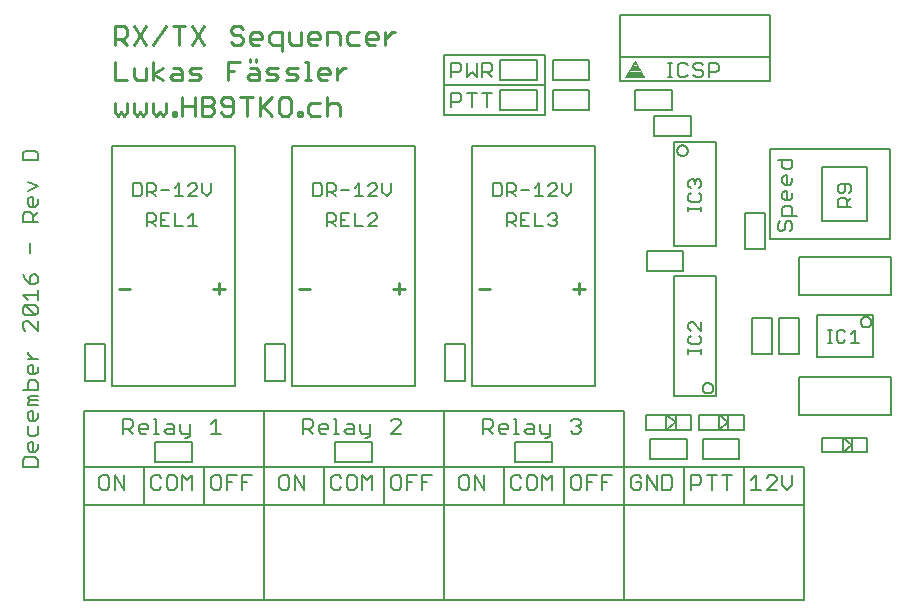
<source format=gto>
G75*
%MOIN*%
%OFA0B0*%
%FSLAX25Y25*%
%IPPOS*%
%LPD*%
%AMOC8*
5,1,8,0,0,1.08239X$1,22.5*
%
%ADD10C,0.00900*%
%ADD11C,0.00700*%
%ADD12C,0.00591*%
%ADD13C,0.00400*%
%ADD14C,0.00600*%
D10*
X0110904Y0135282D02*
X0110904Y0139085D01*
X0109003Y0137184D02*
X0112806Y0137184D01*
X0137507Y0137184D02*
X0141310Y0137184D01*
X0169003Y0137184D02*
X0172806Y0137184D01*
X0170904Y0139085D02*
X0170904Y0135282D01*
X0197507Y0137184D02*
X0201310Y0137184D01*
X0229003Y0137184D02*
X0232806Y0137184D01*
X0230904Y0139085D02*
X0230904Y0135282D01*
X0151195Y0194859D02*
X0151195Y0197912D01*
X0150177Y0198930D01*
X0148142Y0198930D01*
X0147125Y0197912D01*
X0144749Y0198930D02*
X0141697Y0198930D01*
X0140679Y0197912D01*
X0140679Y0195877D01*
X0141697Y0194859D01*
X0144749Y0194859D01*
X0147125Y0194859D02*
X0147125Y0200965D01*
X0146955Y0206670D02*
X0144920Y0206670D01*
X0143902Y0207688D01*
X0143902Y0209723D01*
X0144920Y0210741D01*
X0146955Y0210741D01*
X0147972Y0209723D01*
X0147972Y0208706D01*
X0143902Y0208706D01*
X0141640Y0206670D02*
X0139605Y0206670D01*
X0140623Y0206670D02*
X0140623Y0212776D01*
X0139605Y0212776D01*
X0137230Y0210741D02*
X0134177Y0210741D01*
X0133159Y0209723D01*
X0134177Y0208706D01*
X0136212Y0208706D01*
X0137230Y0207688D01*
X0136212Y0206670D01*
X0133159Y0206670D01*
X0130784Y0207688D02*
X0129767Y0208706D01*
X0127732Y0208706D01*
X0126714Y0209723D01*
X0127732Y0210741D01*
X0130784Y0210741D01*
X0130784Y0207688D02*
X0129767Y0206670D01*
X0126714Y0206670D01*
X0124339Y0206670D02*
X0121286Y0206670D01*
X0120269Y0207688D01*
X0121286Y0208706D01*
X0124339Y0208706D01*
X0124339Y0209723D02*
X0124339Y0206670D01*
X0124339Y0209723D02*
X0123321Y0210741D01*
X0121286Y0210741D01*
X0121286Y0212776D02*
X0121286Y0213793D01*
X0123321Y0213793D02*
X0123321Y0212776D01*
X0117893Y0212776D02*
X0113823Y0212776D01*
X0113823Y0206670D01*
X0113823Y0209723D02*
X0115858Y0209723D01*
X0115915Y0218481D02*
X0114897Y0219499D01*
X0115915Y0218481D02*
X0117950Y0218481D01*
X0118967Y0219499D01*
X0118967Y0220517D01*
X0117950Y0221534D01*
X0115915Y0221534D01*
X0114897Y0222552D01*
X0114897Y0223569D01*
X0115915Y0224587D01*
X0117950Y0224587D01*
X0118967Y0223569D01*
X0121343Y0221534D02*
X0122360Y0222552D01*
X0124395Y0222552D01*
X0125413Y0221534D01*
X0125413Y0220517D01*
X0121343Y0220517D01*
X0121343Y0221534D02*
X0121343Y0219499D01*
X0122360Y0218481D01*
X0124395Y0218481D01*
X0127788Y0219499D02*
X0127788Y0221534D01*
X0128806Y0222552D01*
X0131858Y0222552D01*
X0131858Y0216446D01*
X0131858Y0218481D02*
X0128806Y0218481D01*
X0127788Y0219499D01*
X0134234Y0219499D02*
X0134234Y0222552D01*
X0138304Y0222552D02*
X0138304Y0218481D01*
X0135251Y0218481D01*
X0134234Y0219499D01*
X0140679Y0219499D02*
X0140679Y0221534D01*
X0141697Y0222552D01*
X0143732Y0222552D01*
X0144749Y0221534D01*
X0144749Y0220517D01*
X0140679Y0220517D01*
X0140679Y0219499D02*
X0141697Y0218481D01*
X0143732Y0218481D01*
X0147125Y0218481D02*
X0147125Y0222552D01*
X0150177Y0222552D01*
X0151195Y0221534D01*
X0151195Y0218481D01*
X0153570Y0219499D02*
X0153570Y0221534D01*
X0154588Y0222552D01*
X0157640Y0222552D01*
X0160016Y0221534D02*
X0161033Y0222552D01*
X0163068Y0222552D01*
X0164086Y0221534D01*
X0164086Y0220517D01*
X0160016Y0220517D01*
X0160016Y0221534D02*
X0160016Y0219499D01*
X0161033Y0218481D01*
X0163068Y0218481D01*
X0166461Y0218481D02*
X0166461Y0222552D01*
X0166461Y0220517D02*
X0168496Y0222552D01*
X0169514Y0222552D01*
X0157640Y0218481D02*
X0154588Y0218481D01*
X0153570Y0219499D01*
X0153400Y0210741D02*
X0152383Y0210741D01*
X0150347Y0208706D01*
X0150347Y0210741D02*
X0150347Y0206670D01*
X0138474Y0195877D02*
X0137456Y0195877D01*
X0137456Y0194859D01*
X0138474Y0194859D01*
X0138474Y0195877D01*
X0135081Y0195877D02*
X0135081Y0199947D01*
X0134064Y0200965D01*
X0132029Y0200965D01*
X0131011Y0199947D01*
X0131011Y0195877D01*
X0132029Y0194859D01*
X0134064Y0194859D01*
X0135081Y0195877D01*
X0128636Y0194859D02*
X0125583Y0197912D01*
X0124566Y0196895D02*
X0128636Y0200965D01*
X0124566Y0200965D02*
X0124566Y0194859D01*
X0120155Y0194859D02*
X0120155Y0200965D01*
X0118120Y0200965D02*
X0122190Y0200965D01*
X0115745Y0199947D02*
X0114727Y0200965D01*
X0112692Y0200965D01*
X0111675Y0199947D01*
X0111675Y0198930D01*
X0112692Y0197912D01*
X0115745Y0197912D01*
X0115745Y0195877D02*
X0114727Y0194859D01*
X0112692Y0194859D01*
X0111675Y0195877D01*
X0109299Y0195877D02*
X0109299Y0196895D01*
X0108282Y0197912D01*
X0105229Y0197912D01*
X0102854Y0197912D02*
X0098784Y0197912D01*
X0096578Y0195877D02*
X0096578Y0194859D01*
X0095561Y0194859D01*
X0095561Y0195877D01*
X0096578Y0195877D01*
X0098784Y0194859D02*
X0098784Y0200965D01*
X0102854Y0200965D02*
X0102854Y0194859D01*
X0105229Y0194859D02*
X0108282Y0194859D01*
X0109299Y0195877D01*
X0108282Y0197912D02*
X0109299Y0198930D01*
X0109299Y0199947D01*
X0108282Y0200965D01*
X0105229Y0200965D01*
X0105229Y0194859D01*
X0115745Y0195877D02*
X0115745Y0199947D01*
X0105002Y0207688D02*
X0103985Y0208706D01*
X0101950Y0208706D01*
X0100932Y0209723D01*
X0101950Y0210741D01*
X0105002Y0210741D01*
X0105002Y0207688D02*
X0103985Y0206670D01*
X0100932Y0206670D01*
X0098557Y0206670D02*
X0095504Y0206670D01*
X0094487Y0207688D01*
X0095504Y0208706D01*
X0098557Y0208706D01*
X0098557Y0209723D02*
X0098557Y0206670D01*
X0098557Y0209723D02*
X0097539Y0210741D01*
X0095504Y0210741D01*
X0092168Y0210741D02*
X0089115Y0208706D01*
X0092168Y0206670D01*
X0089115Y0206670D02*
X0089115Y0212776D01*
X0086740Y0210741D02*
X0086740Y0206670D01*
X0083687Y0206670D01*
X0082670Y0207688D01*
X0082670Y0210741D01*
X0080294Y0206670D02*
X0076224Y0206670D01*
X0076224Y0212776D01*
X0076224Y0218481D02*
X0076224Y0224587D01*
X0079277Y0224587D01*
X0080294Y0223569D01*
X0080294Y0221534D01*
X0079277Y0220517D01*
X0076224Y0220517D01*
X0078259Y0220517D02*
X0080294Y0218481D01*
X0082670Y0218481D02*
X0086740Y0224587D01*
X0082670Y0224587D02*
X0086740Y0218481D01*
X0089115Y0218481D02*
X0093185Y0224587D01*
X0095561Y0224587D02*
X0099631Y0224587D01*
X0097596Y0224587D02*
X0097596Y0218481D01*
X0102006Y0218481D02*
X0106076Y0224587D01*
X0102006Y0224587D02*
X0106076Y0218481D01*
X0093185Y0198930D02*
X0093185Y0195877D01*
X0092168Y0194859D01*
X0091150Y0195877D01*
X0090133Y0194859D01*
X0089115Y0195877D01*
X0089115Y0198930D01*
X0086740Y0198930D02*
X0086740Y0195877D01*
X0085722Y0194859D01*
X0084705Y0195877D01*
X0083687Y0194859D01*
X0082670Y0195877D01*
X0082670Y0198930D01*
X0080294Y0198930D02*
X0080294Y0195877D01*
X0079277Y0194859D01*
X0078259Y0195877D01*
X0077242Y0194859D01*
X0076224Y0195877D01*
X0076224Y0198930D01*
X0077507Y0137184D02*
X0081310Y0137184D01*
D11*
X0086985Y0157905D02*
X0086985Y0162209D01*
X0089137Y0162209D01*
X0089854Y0161491D01*
X0089854Y0160057D01*
X0089137Y0159340D01*
X0086985Y0159340D01*
X0088420Y0159340D02*
X0089854Y0157905D01*
X0091589Y0157905D02*
X0094458Y0157905D01*
X0096193Y0157905D02*
X0099062Y0157905D01*
X0100797Y0157905D02*
X0103666Y0157905D01*
X0102232Y0157905D02*
X0102232Y0162209D01*
X0100797Y0160774D01*
X0096193Y0162209D02*
X0096193Y0157905D01*
X0093024Y0160057D02*
X0091589Y0160057D01*
X0091589Y0162209D02*
X0091589Y0157905D01*
X0091589Y0162209D02*
X0094458Y0162209D01*
X0096193Y0167905D02*
X0099062Y0167905D01*
X0097628Y0167905D02*
X0097628Y0172209D01*
X0096193Y0170774D01*
X0094458Y0170057D02*
X0091589Y0170057D01*
X0089854Y0170057D02*
X0089137Y0169340D01*
X0086985Y0169340D01*
X0088420Y0169340D02*
X0089854Y0167905D01*
X0089854Y0170057D02*
X0089854Y0171491D01*
X0089137Y0172209D01*
X0086985Y0172209D01*
X0086985Y0167905D01*
X0085250Y0168622D02*
X0085250Y0171491D01*
X0084533Y0172209D01*
X0082381Y0172209D01*
X0082381Y0167905D01*
X0084533Y0167905D01*
X0085250Y0168622D01*
X0100797Y0167905D02*
X0103666Y0170774D01*
X0103666Y0171491D01*
X0102949Y0172209D01*
X0101514Y0172209D01*
X0100797Y0171491D01*
X0100797Y0167905D02*
X0103666Y0167905D01*
X0105401Y0169340D02*
X0105401Y0172209D01*
X0108270Y0172209D02*
X0108270Y0169340D01*
X0106836Y0167905D01*
X0105401Y0169340D01*
X0142381Y0167905D02*
X0144533Y0167905D01*
X0145250Y0168622D01*
X0145250Y0171491D01*
X0144533Y0172209D01*
X0142381Y0172209D01*
X0142381Y0167905D01*
X0146985Y0167905D02*
X0146985Y0172209D01*
X0149137Y0172209D01*
X0149854Y0171491D01*
X0149854Y0170057D01*
X0149137Y0169340D01*
X0146985Y0169340D01*
X0148420Y0169340D02*
X0149854Y0167905D01*
X0151589Y0170057D02*
X0154458Y0170057D01*
X0156193Y0170774D02*
X0157628Y0172209D01*
X0157628Y0167905D01*
X0159062Y0167905D02*
X0156193Y0167905D01*
X0160797Y0167905D02*
X0163666Y0170774D01*
X0163666Y0171491D01*
X0162949Y0172209D01*
X0161514Y0172209D01*
X0160797Y0171491D01*
X0160797Y0167905D02*
X0163666Y0167905D01*
X0165401Y0169340D02*
X0166836Y0167905D01*
X0168270Y0169340D01*
X0168270Y0172209D01*
X0165401Y0172209D02*
X0165401Y0169340D01*
X0162949Y0162209D02*
X0161514Y0162209D01*
X0160797Y0161491D01*
X0162949Y0162209D02*
X0163666Y0161491D01*
X0163666Y0160774D01*
X0160797Y0157905D01*
X0163666Y0157905D01*
X0159062Y0157905D02*
X0156193Y0157905D01*
X0156193Y0162209D01*
X0154458Y0162209D02*
X0151589Y0162209D01*
X0151589Y0157905D01*
X0154458Y0157905D01*
X0153024Y0160057D02*
X0151589Y0160057D01*
X0149854Y0160057D02*
X0149137Y0159340D01*
X0146985Y0159340D01*
X0148420Y0159340D02*
X0149854Y0157905D01*
X0149854Y0160057D02*
X0149854Y0161491D01*
X0149137Y0162209D01*
X0146985Y0162209D01*
X0146985Y0157905D01*
X0202381Y0167905D02*
X0204533Y0167905D01*
X0205250Y0168622D01*
X0205250Y0171491D01*
X0204533Y0172209D01*
X0202381Y0172209D01*
X0202381Y0167905D01*
X0206985Y0167905D02*
X0206985Y0172209D01*
X0209137Y0172209D01*
X0209854Y0171491D01*
X0209854Y0170057D01*
X0209137Y0169340D01*
X0206985Y0169340D01*
X0208420Y0169340D02*
X0209854Y0167905D01*
X0211589Y0170057D02*
X0214458Y0170057D01*
X0216193Y0170774D02*
X0217628Y0172209D01*
X0217628Y0167905D01*
X0219062Y0167905D02*
X0216193Y0167905D01*
X0220797Y0167905D02*
X0223666Y0170774D01*
X0223666Y0171491D01*
X0222949Y0172209D01*
X0221514Y0172209D01*
X0220797Y0171491D01*
X0220797Y0167905D02*
X0223666Y0167905D01*
X0225401Y0169340D02*
X0226836Y0167905D01*
X0228270Y0169340D01*
X0228270Y0172209D01*
X0225401Y0172209D02*
X0225401Y0169340D01*
X0222949Y0162209D02*
X0223666Y0161491D01*
X0223666Y0160774D01*
X0222949Y0160057D01*
X0223666Y0159340D01*
X0223666Y0158622D01*
X0222949Y0157905D01*
X0221514Y0157905D01*
X0220797Y0158622D01*
X0219062Y0157905D02*
X0216193Y0157905D01*
X0216193Y0162209D01*
X0214458Y0162209D02*
X0211589Y0162209D01*
X0211589Y0157905D01*
X0214458Y0157905D01*
X0213024Y0160057D02*
X0211589Y0160057D01*
X0209854Y0160057D02*
X0209137Y0159340D01*
X0206985Y0159340D01*
X0208420Y0159340D02*
X0209854Y0157905D01*
X0209854Y0160057D02*
X0209854Y0161491D01*
X0209137Y0162209D01*
X0206985Y0162209D01*
X0206985Y0157905D01*
X0220797Y0161491D02*
X0221514Y0162209D01*
X0222949Y0162209D01*
X0222949Y0160057D02*
X0222232Y0160057D01*
X0267440Y0163017D02*
X0267440Y0164451D01*
X0267440Y0163734D02*
X0271743Y0163734D01*
X0271743Y0163017D02*
X0271743Y0164451D01*
X0271026Y0166086D02*
X0271743Y0166803D01*
X0271743Y0168238D01*
X0271026Y0168955D01*
X0271026Y0170690D02*
X0271743Y0171407D01*
X0271743Y0172842D01*
X0271026Y0173559D01*
X0270309Y0173559D01*
X0269591Y0172842D01*
X0269591Y0172124D01*
X0269591Y0172842D02*
X0268874Y0173559D01*
X0268157Y0173559D01*
X0267440Y0172842D01*
X0267440Y0171407D01*
X0268157Y0170690D01*
X0268157Y0168955D02*
X0267440Y0168238D01*
X0267440Y0166803D01*
X0268157Y0166086D01*
X0271026Y0166086D01*
X0297139Y0158716D02*
X0297139Y0157081D01*
X0297956Y0156264D01*
X0298774Y0156264D01*
X0299591Y0157081D01*
X0299591Y0158716D01*
X0300408Y0159534D01*
X0301226Y0159534D01*
X0302043Y0158716D01*
X0302043Y0157081D01*
X0301226Y0156264D01*
X0297956Y0159534D02*
X0297139Y0158716D01*
X0298774Y0161420D02*
X0298774Y0163873D01*
X0299591Y0164690D01*
X0301226Y0164690D01*
X0302043Y0163873D01*
X0302043Y0161420D01*
X0303678Y0161420D02*
X0298774Y0161420D01*
X0299591Y0166577D02*
X0298774Y0167394D01*
X0298774Y0169029D01*
X0299591Y0169846D01*
X0300408Y0169846D01*
X0300408Y0166577D01*
X0299591Y0166577D02*
X0301226Y0166577D01*
X0302043Y0167394D01*
X0302043Y0169029D01*
X0301226Y0171733D02*
X0299591Y0171733D01*
X0298774Y0172551D01*
X0298774Y0174185D01*
X0299591Y0175003D01*
X0300408Y0175003D01*
X0300408Y0171733D01*
X0301226Y0171733D02*
X0302043Y0172551D01*
X0302043Y0174185D01*
X0301226Y0176890D02*
X0299591Y0176890D01*
X0298774Y0177707D01*
X0298774Y0180159D01*
X0297139Y0180159D02*
X0302043Y0180159D01*
X0302043Y0177707D01*
X0301226Y0176890D01*
X0276692Y0209240D02*
X0274240Y0209240D01*
X0274240Y0207605D02*
X0274240Y0212509D01*
X0276692Y0212509D01*
X0277510Y0211692D01*
X0277510Y0210057D01*
X0276692Y0209240D01*
X0272353Y0209240D02*
X0271536Y0210057D01*
X0269901Y0210057D01*
X0269084Y0210875D01*
X0269084Y0211692D01*
X0269901Y0212509D01*
X0271536Y0212509D01*
X0272353Y0211692D01*
X0272353Y0209240D02*
X0272353Y0208422D01*
X0271536Y0207605D01*
X0269901Y0207605D01*
X0269084Y0208422D01*
X0267197Y0208422D02*
X0266379Y0207605D01*
X0264745Y0207605D01*
X0263927Y0208422D01*
X0263927Y0211692D01*
X0264745Y0212509D01*
X0266379Y0212509D01*
X0267197Y0211692D01*
X0262124Y0212509D02*
X0260490Y0212509D01*
X0261307Y0212509D02*
X0261307Y0207605D01*
X0260490Y0207605D02*
X0262124Y0207605D01*
X0202041Y0207605D02*
X0200406Y0209240D01*
X0201223Y0209240D02*
X0198771Y0209240D01*
X0198771Y0207605D02*
X0198771Y0212509D01*
X0201223Y0212509D01*
X0202041Y0211692D01*
X0202041Y0210057D01*
X0201223Y0209240D01*
X0196884Y0207605D02*
X0196884Y0212509D01*
X0193615Y0212509D02*
X0193615Y0207605D01*
X0195250Y0209240D01*
X0196884Y0207605D01*
X0191728Y0210057D02*
X0190911Y0209240D01*
X0188459Y0209240D01*
X0188459Y0207605D02*
X0188459Y0212509D01*
X0190911Y0212509D01*
X0191728Y0211692D01*
X0191728Y0210057D01*
X0190911Y0202509D02*
X0188459Y0202509D01*
X0188459Y0197605D01*
X0188459Y0199240D02*
X0190911Y0199240D01*
X0191728Y0200057D01*
X0191728Y0201692D01*
X0190911Y0202509D01*
X0193615Y0202509D02*
X0196884Y0202509D01*
X0195250Y0202509D02*
X0195250Y0197605D01*
X0200406Y0197605D02*
X0200406Y0202509D01*
X0198771Y0202509D02*
X0202041Y0202509D01*
X0268157Y0126059D02*
X0267440Y0125342D01*
X0267440Y0123907D01*
X0268157Y0123190D01*
X0268157Y0121455D02*
X0267440Y0120738D01*
X0267440Y0119303D01*
X0268157Y0118586D01*
X0271026Y0118586D01*
X0271743Y0119303D01*
X0271743Y0120738D01*
X0271026Y0121455D01*
X0271743Y0123190D02*
X0268874Y0126059D01*
X0268157Y0126059D01*
X0271743Y0126059D02*
X0271743Y0123190D01*
X0271743Y0116951D02*
X0271743Y0115517D01*
X0271743Y0116234D02*
X0267440Y0116234D01*
X0267440Y0115517D02*
X0267440Y0116951D01*
X0231494Y0092942D02*
X0231494Y0092125D01*
X0230677Y0091307D01*
X0231494Y0090490D01*
X0231494Y0089672D01*
X0230677Y0088855D01*
X0229042Y0088855D01*
X0228225Y0089672D01*
X0229859Y0091307D02*
X0230677Y0091307D01*
X0231494Y0092942D02*
X0230677Y0093759D01*
X0229042Y0093759D01*
X0228225Y0092942D01*
X0221181Y0092125D02*
X0221181Y0088038D01*
X0220364Y0087220D01*
X0219547Y0087220D01*
X0218729Y0088855D02*
X0221181Y0088855D01*
X0218729Y0088855D02*
X0217912Y0089672D01*
X0217912Y0092125D01*
X0216025Y0091307D02*
X0216025Y0088855D01*
X0213573Y0088855D01*
X0212756Y0089672D01*
X0213573Y0090490D01*
X0216025Y0090490D01*
X0216025Y0091307D02*
X0215208Y0092125D01*
X0213573Y0092125D01*
X0210135Y0093759D02*
X0210135Y0088855D01*
X0209318Y0088855D02*
X0210953Y0088855D01*
X0207431Y0090490D02*
X0204162Y0090490D01*
X0204162Y0091307D02*
X0204979Y0092125D01*
X0206614Y0092125D01*
X0207431Y0091307D01*
X0207431Y0090490D01*
X0206614Y0088855D02*
X0204979Y0088855D01*
X0204162Y0089672D01*
X0204162Y0091307D01*
X0202275Y0091307D02*
X0201457Y0090490D01*
X0199005Y0090490D01*
X0200640Y0090490D02*
X0202275Y0088855D01*
X0202275Y0091307D02*
X0202275Y0092942D01*
X0201457Y0093759D01*
X0199005Y0093759D01*
X0199005Y0088855D01*
X0209318Y0093759D02*
X0210135Y0093759D01*
X0210911Y0075009D02*
X0209276Y0075009D01*
X0208459Y0074192D01*
X0208459Y0070922D01*
X0209276Y0070105D01*
X0210911Y0070105D01*
X0211728Y0070922D01*
X0213615Y0070922D02*
X0214432Y0070105D01*
X0216067Y0070105D01*
X0216884Y0070922D01*
X0216884Y0074192D01*
X0216067Y0075009D01*
X0214432Y0075009D01*
X0213615Y0074192D01*
X0213615Y0070922D01*
X0211728Y0074192D02*
X0210911Y0075009D01*
X0218771Y0075009D02*
X0218771Y0070105D01*
X0222041Y0070105D02*
X0222041Y0075009D01*
X0220406Y0073375D01*
X0218771Y0075009D01*
X0228459Y0074192D02*
X0228459Y0070922D01*
X0229276Y0070105D01*
X0230911Y0070105D01*
X0231728Y0070922D01*
X0231728Y0074192D01*
X0230911Y0075009D01*
X0229276Y0075009D01*
X0228459Y0074192D01*
X0233615Y0075009D02*
X0236884Y0075009D01*
X0238771Y0075009D02*
X0242041Y0075009D01*
X0240406Y0072557D02*
X0238771Y0072557D01*
X0238771Y0070105D02*
X0238771Y0075009D01*
X0235250Y0072557D02*
X0233615Y0072557D01*
X0233615Y0070105D02*
X0233615Y0075009D01*
X0248459Y0074192D02*
X0248459Y0070922D01*
X0249276Y0070105D01*
X0250911Y0070105D01*
X0251728Y0070922D01*
X0251728Y0072557D01*
X0250093Y0072557D01*
X0248459Y0074192D02*
X0249276Y0075009D01*
X0250911Y0075009D01*
X0251728Y0074192D01*
X0253615Y0075009D02*
X0256884Y0070105D01*
X0256884Y0075009D01*
X0258771Y0075009D02*
X0261223Y0075009D01*
X0262041Y0074192D01*
X0262041Y0070922D01*
X0261223Y0070105D01*
X0258771Y0070105D01*
X0258771Y0075009D01*
X0253615Y0075009D02*
X0253615Y0070105D01*
X0268459Y0070105D02*
X0268459Y0075009D01*
X0270911Y0075009D01*
X0271728Y0074192D01*
X0271728Y0072557D01*
X0270911Y0071740D01*
X0268459Y0071740D01*
X0273615Y0075009D02*
X0276884Y0075009D01*
X0275250Y0075009D02*
X0275250Y0070105D01*
X0280406Y0070105D02*
X0280406Y0075009D01*
X0278771Y0075009D02*
X0282041Y0075009D01*
X0288459Y0073375D02*
X0290093Y0075009D01*
X0290093Y0070105D01*
X0288459Y0070105D02*
X0291728Y0070105D01*
X0293615Y0070105D02*
X0296884Y0073375D01*
X0296884Y0074192D01*
X0296067Y0075009D01*
X0294432Y0075009D01*
X0293615Y0074192D01*
X0293615Y0070105D02*
X0296884Y0070105D01*
X0298771Y0071740D02*
X0300406Y0070105D01*
X0302041Y0071740D01*
X0302041Y0075009D01*
X0298771Y0075009D02*
X0298771Y0071740D01*
X0313805Y0119155D02*
X0315239Y0119155D01*
X0314522Y0119155D02*
X0314522Y0123459D01*
X0313805Y0123459D02*
X0315239Y0123459D01*
X0316874Y0122741D02*
X0316874Y0119872D01*
X0317591Y0119155D01*
X0319026Y0119155D01*
X0319743Y0119872D01*
X0321478Y0119155D02*
X0324347Y0119155D01*
X0322912Y0119155D02*
X0322912Y0123459D01*
X0321478Y0122024D01*
X0319743Y0122741D02*
X0319026Y0123459D01*
X0317591Y0123459D01*
X0316874Y0122741D01*
X0199463Y0075009D02*
X0199463Y0070105D01*
X0196193Y0075009D01*
X0196193Y0070105D01*
X0194306Y0070922D02*
X0193489Y0070105D01*
X0191854Y0070105D01*
X0191037Y0070922D01*
X0191037Y0074192D01*
X0191854Y0075009D01*
X0193489Y0075009D01*
X0194306Y0074192D01*
X0194306Y0070922D01*
X0182041Y0075009D02*
X0178771Y0075009D01*
X0178771Y0070105D01*
X0178771Y0072557D02*
X0180406Y0072557D01*
X0176884Y0075009D02*
X0173615Y0075009D01*
X0173615Y0070105D01*
X0171728Y0070922D02*
X0171728Y0074192D01*
X0170911Y0075009D01*
X0169276Y0075009D01*
X0168459Y0074192D01*
X0168459Y0070922D01*
X0169276Y0070105D01*
X0170911Y0070105D01*
X0171728Y0070922D01*
X0173615Y0072557D02*
X0175250Y0072557D01*
X0162041Y0075009D02*
X0162041Y0070105D01*
X0158771Y0070105D02*
X0158771Y0075009D01*
X0160406Y0073375D01*
X0162041Y0075009D01*
X0156884Y0074192D02*
X0156884Y0070922D01*
X0156067Y0070105D01*
X0154432Y0070105D01*
X0153615Y0070922D01*
X0153615Y0074192D01*
X0154432Y0075009D01*
X0156067Y0075009D01*
X0156884Y0074192D01*
X0151728Y0074192D02*
X0150911Y0075009D01*
X0149276Y0075009D01*
X0148459Y0074192D01*
X0148459Y0070922D01*
X0149276Y0070105D01*
X0150911Y0070105D01*
X0151728Y0070922D01*
X0139463Y0070105D02*
X0139463Y0075009D01*
X0136193Y0075009D02*
X0139463Y0070105D01*
X0136193Y0070105D02*
X0136193Y0075009D01*
X0134306Y0074192D02*
X0133489Y0075009D01*
X0131854Y0075009D01*
X0131037Y0074192D01*
X0131037Y0070922D01*
X0131854Y0070105D01*
X0133489Y0070105D01*
X0134306Y0070922D01*
X0134306Y0074192D01*
X0122041Y0075009D02*
X0118771Y0075009D01*
X0118771Y0070105D01*
X0118771Y0072557D02*
X0120406Y0072557D01*
X0116884Y0075009D02*
X0113615Y0075009D01*
X0113615Y0070105D01*
X0111728Y0070922D02*
X0111728Y0074192D01*
X0110911Y0075009D01*
X0109276Y0075009D01*
X0108459Y0074192D01*
X0108459Y0070922D01*
X0109276Y0070105D01*
X0110911Y0070105D01*
X0111728Y0070922D01*
X0113615Y0072557D02*
X0115250Y0072557D01*
X0102041Y0075009D02*
X0102041Y0070105D01*
X0098771Y0070105D02*
X0098771Y0075009D01*
X0100406Y0073375D01*
X0102041Y0075009D01*
X0096884Y0074192D02*
X0096884Y0070922D01*
X0096067Y0070105D01*
X0094432Y0070105D01*
X0093615Y0070922D01*
X0093615Y0074192D01*
X0094432Y0075009D01*
X0096067Y0075009D01*
X0096884Y0074192D01*
X0091728Y0074192D02*
X0090911Y0075009D01*
X0089276Y0075009D01*
X0088459Y0074192D01*
X0088459Y0070922D01*
X0089276Y0070105D01*
X0090911Y0070105D01*
X0091728Y0070922D01*
X0079463Y0070105D02*
X0079463Y0075009D01*
X0076193Y0075009D02*
X0079463Y0070105D01*
X0076193Y0070105D02*
X0076193Y0075009D01*
X0074306Y0074192D02*
X0074306Y0070922D01*
X0073489Y0070105D01*
X0071854Y0070105D01*
X0071037Y0070922D01*
X0071037Y0074192D01*
X0071854Y0075009D01*
X0073489Y0075009D01*
X0074306Y0074192D01*
X0079005Y0088855D02*
X0079005Y0093759D01*
X0081457Y0093759D01*
X0082275Y0092942D01*
X0082275Y0091307D01*
X0081457Y0090490D01*
X0079005Y0090490D01*
X0080640Y0090490D02*
X0082275Y0088855D01*
X0084162Y0089672D02*
X0084979Y0088855D01*
X0086614Y0088855D01*
X0087431Y0090490D02*
X0084162Y0090490D01*
X0084162Y0091307D02*
X0084979Y0092125D01*
X0086614Y0092125D01*
X0087431Y0091307D01*
X0087431Y0090490D01*
X0089318Y0088855D02*
X0090953Y0088855D01*
X0090135Y0088855D02*
X0090135Y0093759D01*
X0089318Y0093759D01*
X0093573Y0092125D02*
X0095208Y0092125D01*
X0096025Y0091307D01*
X0096025Y0088855D01*
X0093573Y0088855D01*
X0092756Y0089672D01*
X0093573Y0090490D01*
X0096025Y0090490D01*
X0097912Y0089672D02*
X0098729Y0088855D01*
X0101181Y0088855D01*
X0101181Y0088038D02*
X0100364Y0087220D01*
X0099547Y0087220D01*
X0101181Y0088038D02*
X0101181Y0092125D01*
X0097912Y0092125D02*
X0097912Y0089672D01*
X0108225Y0088855D02*
X0111494Y0088855D01*
X0109859Y0088855D02*
X0109859Y0093759D01*
X0108225Y0092125D01*
X0084162Y0091307D02*
X0084162Y0089672D01*
X0050478Y0088748D02*
X0050478Y0091200D01*
X0049661Y0093087D02*
X0048026Y0093087D01*
X0047209Y0093904D01*
X0047209Y0095539D01*
X0048026Y0096356D01*
X0048843Y0096356D01*
X0048843Y0093087D01*
X0049661Y0093087D02*
X0050478Y0093904D01*
X0050478Y0095539D01*
X0050478Y0098243D02*
X0047209Y0098243D01*
X0047209Y0099061D01*
X0048026Y0099878D01*
X0047209Y0100695D01*
X0048026Y0101513D01*
X0050478Y0101513D01*
X0050478Y0099878D02*
X0048026Y0099878D01*
X0047209Y0103400D02*
X0047209Y0105852D01*
X0048026Y0106669D01*
X0049661Y0106669D01*
X0050478Y0105852D01*
X0050478Y0103400D01*
X0045574Y0103400D01*
X0048026Y0108556D02*
X0047209Y0109373D01*
X0047209Y0111008D01*
X0048026Y0111826D01*
X0048843Y0111826D01*
X0048843Y0108556D01*
X0048026Y0108556D02*
X0049661Y0108556D01*
X0050478Y0109373D01*
X0050478Y0111008D01*
X0050478Y0113713D02*
X0047209Y0113713D01*
X0047209Y0115347D02*
X0047209Y0116165D01*
X0047209Y0115347D02*
X0048843Y0113713D01*
X0050478Y0123166D02*
X0047209Y0126435D01*
X0046391Y0126435D01*
X0045574Y0125618D01*
X0045574Y0123983D01*
X0046391Y0123166D01*
X0050478Y0123166D02*
X0050478Y0126435D01*
X0049661Y0128322D02*
X0046391Y0128322D01*
X0045574Y0129140D01*
X0045574Y0130774D01*
X0046391Y0131592D01*
X0049661Y0128322D01*
X0050478Y0129140D01*
X0050478Y0130774D01*
X0049661Y0131592D01*
X0046391Y0131592D01*
X0047209Y0133479D02*
X0045574Y0135113D01*
X0050478Y0135113D01*
X0050478Y0133479D02*
X0050478Y0136748D01*
X0049661Y0138635D02*
X0050478Y0139452D01*
X0050478Y0141087D01*
X0049661Y0141905D01*
X0048843Y0141905D01*
X0048026Y0141087D01*
X0048026Y0138635D01*
X0049661Y0138635D01*
X0048026Y0138635D02*
X0046391Y0140270D01*
X0045574Y0141905D01*
X0048026Y0148948D02*
X0048026Y0152217D01*
X0048843Y0159261D02*
X0048843Y0161713D01*
X0048026Y0162530D01*
X0046391Y0162530D01*
X0045574Y0161713D01*
X0045574Y0159261D01*
X0050478Y0159261D01*
X0048843Y0160895D02*
X0050478Y0162530D01*
X0049661Y0164417D02*
X0048026Y0164417D01*
X0047209Y0165234D01*
X0047209Y0166869D01*
X0048026Y0167687D01*
X0048843Y0167687D01*
X0048843Y0164417D01*
X0049661Y0164417D02*
X0050478Y0165234D01*
X0050478Y0166869D01*
X0047209Y0169573D02*
X0050478Y0171208D01*
X0047209Y0172843D01*
X0045574Y0179886D02*
X0045574Y0182338D01*
X0046391Y0183156D01*
X0049661Y0183156D01*
X0050478Y0182338D01*
X0050478Y0179886D01*
X0045574Y0179886D01*
X0139005Y0093759D02*
X0141457Y0093759D01*
X0142275Y0092942D01*
X0142275Y0091307D01*
X0141457Y0090490D01*
X0139005Y0090490D01*
X0140640Y0090490D02*
X0142275Y0088855D01*
X0144162Y0089672D02*
X0144979Y0088855D01*
X0146614Y0088855D01*
X0147431Y0090490D02*
X0144162Y0090490D01*
X0144162Y0091307D02*
X0144979Y0092125D01*
X0146614Y0092125D01*
X0147431Y0091307D01*
X0147431Y0090490D01*
X0149318Y0088855D02*
X0150953Y0088855D01*
X0150135Y0088855D02*
X0150135Y0093759D01*
X0149318Y0093759D01*
X0153573Y0092125D02*
X0155208Y0092125D01*
X0156025Y0091307D01*
X0156025Y0088855D01*
X0153573Y0088855D01*
X0152756Y0089672D01*
X0153573Y0090490D01*
X0156025Y0090490D01*
X0157912Y0089672D02*
X0158729Y0088855D01*
X0161181Y0088855D01*
X0161181Y0088038D02*
X0160364Y0087220D01*
X0159547Y0087220D01*
X0161181Y0088038D02*
X0161181Y0092125D01*
X0157912Y0092125D02*
X0157912Y0089672D01*
X0168225Y0088855D02*
X0171494Y0092125D01*
X0171494Y0092942D01*
X0170677Y0093759D01*
X0169042Y0093759D01*
X0168225Y0092942D01*
X0168225Y0088855D02*
X0171494Y0088855D01*
X0144162Y0089672D02*
X0144162Y0091307D01*
X0139005Y0088855D02*
X0139005Y0093759D01*
X0050478Y0088748D02*
X0049661Y0087931D01*
X0048026Y0087931D01*
X0047209Y0088748D01*
X0047209Y0091200D01*
X0048026Y0086044D02*
X0048843Y0086044D01*
X0048843Y0082774D01*
X0048026Y0082774D02*
X0049661Y0082774D01*
X0050478Y0083591D01*
X0050478Y0085226D01*
X0048026Y0086044D02*
X0047209Y0085226D01*
X0047209Y0083591D01*
X0048026Y0082774D01*
X0046391Y0080887D02*
X0045574Y0080070D01*
X0045574Y0077618D01*
X0050478Y0077618D01*
X0050478Y0080070D01*
X0049661Y0080887D01*
X0046391Y0080887D01*
D12*
X0065843Y0065109D02*
X0065843Y0033219D01*
X0125843Y0033219D01*
X0125843Y0065109D01*
X0065843Y0065109D01*
X0065843Y0065055D02*
X0065843Y0077555D01*
X0085843Y0077555D01*
X0085843Y0065055D01*
X0085843Y0077555D02*
X0105843Y0077555D01*
X0105843Y0065055D01*
X0105843Y0077555D02*
X0125843Y0077555D01*
X0145843Y0077555D01*
X0145843Y0065055D01*
X0145843Y0077555D02*
X0165843Y0077555D01*
X0165843Y0065055D01*
X0165843Y0077555D02*
X0185843Y0077555D01*
X0205843Y0077555D01*
X0205843Y0065055D01*
X0205843Y0077555D02*
X0225843Y0077555D01*
X0225843Y0065055D01*
X0225843Y0077555D02*
X0245843Y0077555D01*
X0265843Y0077555D01*
X0265843Y0065055D01*
X0265843Y0077555D02*
X0285843Y0077555D01*
X0285843Y0065055D01*
X0285843Y0077555D02*
X0305843Y0077555D01*
X0305843Y0065055D01*
X0305843Y0065109D02*
X0305843Y0033219D01*
X0245843Y0033219D01*
X0245843Y0065109D01*
X0185843Y0065109D01*
X0185843Y0033219D01*
X0125843Y0033219D01*
X0125843Y0065109D01*
X0185843Y0065109D01*
X0185843Y0033219D01*
X0245843Y0033219D01*
X0245843Y0065109D01*
X0305843Y0065109D01*
X0284446Y0080459D02*
X0284446Y0087152D01*
X0272241Y0087152D01*
X0272241Y0080459D01*
X0284446Y0080459D01*
X0285823Y0090193D02*
X0280705Y0090193D01*
X0280705Y0094917D01*
X0285823Y0094917D01*
X0285823Y0090193D01*
X0280705Y0090193D02*
X0277556Y0090193D01*
X0277556Y0094917D01*
X0280705Y0092555D01*
X0277556Y0090193D01*
X0270863Y0090193D01*
X0270863Y0094917D01*
X0277556Y0094917D01*
X0280705Y0094917D01*
X0276680Y0101226D02*
X0262507Y0101226D01*
X0262507Y0141384D01*
X0276680Y0141384D01*
X0276680Y0101226D01*
X0272156Y0103982D02*
X0272158Y0104065D01*
X0272164Y0104149D01*
X0272174Y0104232D01*
X0272187Y0104314D01*
X0272205Y0104396D01*
X0272227Y0104476D01*
X0272252Y0104556D01*
X0272281Y0104634D01*
X0272313Y0104711D01*
X0272350Y0104787D01*
X0272389Y0104860D01*
X0272433Y0104931D01*
X0272479Y0105001D01*
X0272529Y0105068D01*
X0272582Y0105133D01*
X0272637Y0105195D01*
X0272696Y0105254D01*
X0272758Y0105311D01*
X0272822Y0105364D01*
X0272888Y0105415D01*
X0272957Y0105462D01*
X0273028Y0105506D01*
X0273101Y0105547D01*
X0273176Y0105584D01*
X0273252Y0105617D01*
X0273330Y0105647D01*
X0273410Y0105673D01*
X0273490Y0105696D01*
X0273571Y0105714D01*
X0273654Y0105729D01*
X0273736Y0105740D01*
X0273820Y0105747D01*
X0273903Y0105750D01*
X0273987Y0105749D01*
X0274070Y0105744D01*
X0274153Y0105735D01*
X0274236Y0105722D01*
X0274317Y0105706D01*
X0274398Y0105685D01*
X0274478Y0105661D01*
X0274557Y0105633D01*
X0274634Y0105601D01*
X0274710Y0105566D01*
X0274784Y0105527D01*
X0274856Y0105485D01*
X0274926Y0105439D01*
X0274993Y0105390D01*
X0275059Y0105338D01*
X0275121Y0105283D01*
X0275182Y0105225D01*
X0275239Y0105164D01*
X0275293Y0105101D01*
X0275344Y0105035D01*
X0275393Y0104966D01*
X0275437Y0104896D01*
X0275479Y0104823D01*
X0275517Y0104749D01*
X0275551Y0104673D01*
X0275582Y0104595D01*
X0275609Y0104516D01*
X0275633Y0104436D01*
X0275652Y0104355D01*
X0275668Y0104273D01*
X0275680Y0104190D01*
X0275688Y0104107D01*
X0275692Y0104024D01*
X0275692Y0103940D01*
X0275688Y0103857D01*
X0275680Y0103774D01*
X0275668Y0103691D01*
X0275652Y0103609D01*
X0275633Y0103528D01*
X0275609Y0103448D01*
X0275582Y0103369D01*
X0275551Y0103291D01*
X0275517Y0103215D01*
X0275479Y0103141D01*
X0275437Y0103068D01*
X0275393Y0102998D01*
X0275344Y0102929D01*
X0275293Y0102863D01*
X0275239Y0102800D01*
X0275182Y0102739D01*
X0275121Y0102681D01*
X0275059Y0102626D01*
X0274993Y0102574D01*
X0274926Y0102525D01*
X0274856Y0102479D01*
X0274784Y0102437D01*
X0274710Y0102398D01*
X0274634Y0102363D01*
X0274557Y0102331D01*
X0274478Y0102303D01*
X0274398Y0102279D01*
X0274317Y0102258D01*
X0274236Y0102242D01*
X0274153Y0102229D01*
X0274070Y0102220D01*
X0273987Y0102215D01*
X0273903Y0102214D01*
X0273820Y0102217D01*
X0273736Y0102224D01*
X0273654Y0102235D01*
X0273571Y0102250D01*
X0273490Y0102268D01*
X0273410Y0102291D01*
X0273330Y0102317D01*
X0273252Y0102347D01*
X0273176Y0102380D01*
X0273101Y0102417D01*
X0273028Y0102458D01*
X0272957Y0102502D01*
X0272888Y0102549D01*
X0272822Y0102600D01*
X0272758Y0102653D01*
X0272696Y0102710D01*
X0272637Y0102769D01*
X0272582Y0102831D01*
X0272529Y0102896D01*
X0272479Y0102963D01*
X0272433Y0103033D01*
X0272389Y0103104D01*
X0272350Y0103177D01*
X0272313Y0103253D01*
X0272281Y0103330D01*
X0272252Y0103408D01*
X0272227Y0103488D01*
X0272205Y0103568D01*
X0272187Y0103650D01*
X0272174Y0103732D01*
X0272164Y0103815D01*
X0272158Y0103899D01*
X0272156Y0103982D01*
X0268323Y0094917D02*
X0263205Y0094917D01*
X0263205Y0090193D01*
X0260056Y0090193D01*
X0260056Y0094917D01*
X0263205Y0092555D01*
X0260056Y0090193D01*
X0253363Y0090193D01*
X0253363Y0094917D01*
X0260056Y0094917D01*
X0263205Y0094917D01*
X0263205Y0090193D02*
X0268323Y0090193D01*
X0268323Y0094917D01*
X0266946Y0087152D02*
X0266946Y0080459D01*
X0254741Y0080459D01*
X0254741Y0087152D01*
X0266946Y0087152D01*
X0245843Y0096305D02*
X0245843Y0077555D01*
X0245843Y0065055D01*
X0221946Y0079209D02*
X0221946Y0085902D01*
X0209741Y0085902D01*
X0209741Y0079209D01*
X0221946Y0079209D01*
X0245843Y0096305D02*
X0185843Y0096305D01*
X0185843Y0077555D01*
X0185843Y0065055D01*
X0161946Y0079209D02*
X0161946Y0085902D01*
X0149741Y0085902D01*
X0149741Y0079209D01*
X0161946Y0079209D01*
X0185843Y0096305D02*
X0125843Y0096305D01*
X0125843Y0077555D01*
X0125843Y0065055D01*
X0101946Y0079209D02*
X0101946Y0085902D01*
X0089741Y0085902D01*
X0089741Y0079209D01*
X0101946Y0079209D01*
X0125843Y0096305D02*
X0065843Y0096305D01*
X0065843Y0077555D01*
X0075253Y0104622D02*
X0075253Y0184858D01*
X0116434Y0184858D01*
X0116434Y0104622D01*
X0075253Y0104622D01*
X0072940Y0106453D02*
X0072940Y0118657D01*
X0066247Y0118657D01*
X0066247Y0106453D01*
X0072940Y0106453D01*
X0126247Y0106453D02*
X0132940Y0106453D01*
X0132940Y0118657D01*
X0126247Y0118657D01*
X0126247Y0106453D01*
X0135253Y0104622D02*
X0135253Y0184858D01*
X0176434Y0184858D01*
X0176434Y0104622D01*
X0135253Y0104622D01*
X0186247Y0106453D02*
X0192940Y0106453D01*
X0192940Y0118657D01*
X0186247Y0118657D01*
X0186247Y0106453D01*
X0195253Y0104622D02*
X0195253Y0184858D01*
X0236434Y0184858D01*
X0236434Y0104622D01*
X0195253Y0104622D01*
X0253491Y0142959D02*
X0253491Y0149652D01*
X0265696Y0149652D01*
X0265696Y0142959D01*
X0253491Y0142959D01*
X0262507Y0151482D02*
X0276680Y0151482D01*
X0276680Y0186128D01*
X0262507Y0186128D01*
X0262507Y0151482D01*
X0286247Y0150203D02*
X0292940Y0150203D01*
X0292940Y0162407D01*
X0286247Y0162407D01*
X0286247Y0150203D01*
X0294593Y0153805D02*
X0334593Y0153805D01*
X0334593Y0183805D01*
X0294593Y0183805D01*
X0294593Y0153805D01*
X0304239Y0147604D02*
X0334948Y0147604D01*
X0334948Y0135006D01*
X0304239Y0135006D01*
X0304239Y0147604D01*
X0312113Y0159750D02*
X0327073Y0159750D01*
X0327073Y0177860D01*
X0312113Y0177860D01*
X0312113Y0159750D01*
X0268196Y0187959D02*
X0268196Y0194652D01*
X0255991Y0194652D01*
X0255991Y0187959D01*
X0268196Y0187959D01*
X0263711Y0183180D02*
X0263713Y0183263D01*
X0263719Y0183347D01*
X0263729Y0183430D01*
X0263742Y0183512D01*
X0263760Y0183594D01*
X0263782Y0183674D01*
X0263807Y0183754D01*
X0263836Y0183832D01*
X0263868Y0183909D01*
X0263905Y0183985D01*
X0263944Y0184058D01*
X0263988Y0184129D01*
X0264034Y0184199D01*
X0264084Y0184266D01*
X0264137Y0184331D01*
X0264192Y0184393D01*
X0264251Y0184452D01*
X0264313Y0184509D01*
X0264377Y0184562D01*
X0264443Y0184613D01*
X0264512Y0184660D01*
X0264583Y0184704D01*
X0264656Y0184745D01*
X0264731Y0184782D01*
X0264807Y0184815D01*
X0264885Y0184845D01*
X0264965Y0184871D01*
X0265045Y0184894D01*
X0265126Y0184912D01*
X0265209Y0184927D01*
X0265291Y0184938D01*
X0265375Y0184945D01*
X0265458Y0184948D01*
X0265542Y0184947D01*
X0265625Y0184942D01*
X0265708Y0184933D01*
X0265791Y0184920D01*
X0265872Y0184904D01*
X0265953Y0184883D01*
X0266033Y0184859D01*
X0266112Y0184831D01*
X0266189Y0184799D01*
X0266265Y0184764D01*
X0266339Y0184725D01*
X0266411Y0184683D01*
X0266481Y0184637D01*
X0266548Y0184588D01*
X0266614Y0184536D01*
X0266676Y0184481D01*
X0266737Y0184423D01*
X0266794Y0184362D01*
X0266848Y0184299D01*
X0266899Y0184233D01*
X0266948Y0184164D01*
X0266992Y0184094D01*
X0267034Y0184021D01*
X0267072Y0183947D01*
X0267106Y0183871D01*
X0267137Y0183793D01*
X0267164Y0183714D01*
X0267188Y0183634D01*
X0267207Y0183553D01*
X0267223Y0183471D01*
X0267235Y0183388D01*
X0267243Y0183305D01*
X0267247Y0183222D01*
X0267247Y0183138D01*
X0267243Y0183055D01*
X0267235Y0182972D01*
X0267223Y0182889D01*
X0267207Y0182807D01*
X0267188Y0182726D01*
X0267164Y0182646D01*
X0267137Y0182567D01*
X0267106Y0182489D01*
X0267072Y0182413D01*
X0267034Y0182339D01*
X0266992Y0182266D01*
X0266948Y0182196D01*
X0266899Y0182127D01*
X0266848Y0182061D01*
X0266794Y0181998D01*
X0266737Y0181937D01*
X0266676Y0181879D01*
X0266614Y0181824D01*
X0266548Y0181772D01*
X0266481Y0181723D01*
X0266411Y0181677D01*
X0266339Y0181635D01*
X0266265Y0181596D01*
X0266189Y0181561D01*
X0266112Y0181529D01*
X0266033Y0181501D01*
X0265953Y0181477D01*
X0265872Y0181456D01*
X0265791Y0181440D01*
X0265708Y0181427D01*
X0265625Y0181418D01*
X0265542Y0181413D01*
X0265458Y0181412D01*
X0265375Y0181415D01*
X0265291Y0181422D01*
X0265209Y0181433D01*
X0265126Y0181448D01*
X0265045Y0181466D01*
X0264965Y0181489D01*
X0264885Y0181515D01*
X0264807Y0181545D01*
X0264731Y0181578D01*
X0264656Y0181615D01*
X0264583Y0181656D01*
X0264512Y0181700D01*
X0264443Y0181747D01*
X0264377Y0181798D01*
X0264313Y0181851D01*
X0264251Y0181908D01*
X0264192Y0181967D01*
X0264137Y0182029D01*
X0264084Y0182094D01*
X0264034Y0182161D01*
X0263988Y0182231D01*
X0263944Y0182302D01*
X0263905Y0182375D01*
X0263868Y0182451D01*
X0263836Y0182528D01*
X0263807Y0182606D01*
X0263782Y0182686D01*
X0263760Y0182766D01*
X0263742Y0182848D01*
X0263729Y0182930D01*
X0263719Y0183013D01*
X0263713Y0183097D01*
X0263711Y0183180D01*
X0261946Y0196709D02*
X0249741Y0196709D01*
X0249741Y0203402D01*
X0261946Y0203402D01*
X0261946Y0196709D01*
X0244593Y0206305D02*
X0244593Y0216305D01*
X0244593Y0214305D02*
X0244593Y0228305D01*
X0294593Y0228305D01*
X0294593Y0214305D01*
X0244593Y0214305D01*
X0234446Y0213402D02*
X0222241Y0213402D01*
X0222241Y0206709D01*
X0234446Y0206709D01*
X0234446Y0213402D01*
X0244593Y0206305D02*
X0294593Y0206305D01*
X0294593Y0215055D01*
X0234446Y0203402D02*
X0234446Y0196709D01*
X0222241Y0196709D01*
X0222241Y0203402D01*
X0234446Y0203402D01*
X0219593Y0205055D02*
X0219593Y0195055D01*
X0185843Y0195055D01*
X0185843Y0205055D01*
X0219593Y0205055D01*
X0219593Y0215055D01*
X0185843Y0215055D01*
X0185843Y0205055D01*
X0204741Y0203402D02*
X0204741Y0196709D01*
X0216946Y0196709D01*
X0216946Y0203402D01*
X0204741Y0203402D01*
X0204741Y0206709D02*
X0204741Y0213402D01*
X0216946Y0213402D01*
X0216946Y0206709D01*
X0204741Y0206709D01*
X0310144Y0128392D02*
X0329042Y0128392D01*
X0329042Y0114218D01*
X0310144Y0114218D01*
X0310144Y0128392D01*
X0304190Y0127407D02*
X0297497Y0127407D01*
X0297497Y0115203D01*
X0304190Y0115203D01*
X0304190Y0127407D01*
X0295440Y0127407D02*
X0288747Y0127407D01*
X0288747Y0115203D01*
X0295440Y0115203D01*
X0295440Y0127407D01*
X0304239Y0107604D02*
X0334948Y0107604D01*
X0334948Y0095006D01*
X0304239Y0095006D01*
X0304239Y0107604D01*
X0324919Y0126030D02*
X0324921Y0126114D01*
X0324927Y0126197D01*
X0324937Y0126281D01*
X0324951Y0126363D01*
X0324969Y0126445D01*
X0324990Y0126526D01*
X0325016Y0126606D01*
X0325045Y0126684D01*
X0325078Y0126762D01*
X0325115Y0126837D01*
X0325155Y0126910D01*
X0325199Y0126982D01*
X0325246Y0127051D01*
X0325296Y0127119D01*
X0325349Y0127183D01*
X0325406Y0127245D01*
X0325465Y0127304D01*
X0325527Y0127361D01*
X0325591Y0127414D01*
X0325659Y0127464D01*
X0325728Y0127511D01*
X0325799Y0127555D01*
X0325873Y0127595D01*
X0325948Y0127632D01*
X0326026Y0127665D01*
X0326104Y0127694D01*
X0326184Y0127720D01*
X0326265Y0127741D01*
X0326347Y0127759D01*
X0326429Y0127773D01*
X0326513Y0127783D01*
X0326596Y0127789D01*
X0326680Y0127791D01*
X0326764Y0127789D01*
X0326847Y0127783D01*
X0326931Y0127773D01*
X0327013Y0127759D01*
X0327095Y0127741D01*
X0327176Y0127720D01*
X0327256Y0127694D01*
X0327334Y0127665D01*
X0327412Y0127632D01*
X0327487Y0127595D01*
X0327560Y0127555D01*
X0327632Y0127511D01*
X0327701Y0127464D01*
X0327769Y0127414D01*
X0327833Y0127361D01*
X0327895Y0127304D01*
X0327954Y0127245D01*
X0328011Y0127183D01*
X0328064Y0127119D01*
X0328114Y0127051D01*
X0328161Y0126982D01*
X0328205Y0126911D01*
X0328245Y0126837D01*
X0328282Y0126762D01*
X0328315Y0126684D01*
X0328344Y0126606D01*
X0328370Y0126526D01*
X0328391Y0126445D01*
X0328409Y0126363D01*
X0328423Y0126281D01*
X0328433Y0126197D01*
X0328439Y0126114D01*
X0328441Y0126030D01*
X0328439Y0125946D01*
X0328433Y0125863D01*
X0328423Y0125779D01*
X0328409Y0125697D01*
X0328391Y0125615D01*
X0328370Y0125534D01*
X0328344Y0125454D01*
X0328315Y0125376D01*
X0328282Y0125298D01*
X0328245Y0125223D01*
X0328205Y0125150D01*
X0328161Y0125078D01*
X0328114Y0125009D01*
X0328064Y0124941D01*
X0328011Y0124877D01*
X0327954Y0124815D01*
X0327895Y0124756D01*
X0327833Y0124699D01*
X0327769Y0124646D01*
X0327701Y0124596D01*
X0327632Y0124549D01*
X0327561Y0124505D01*
X0327487Y0124465D01*
X0327412Y0124428D01*
X0327334Y0124395D01*
X0327256Y0124366D01*
X0327176Y0124340D01*
X0327095Y0124319D01*
X0327013Y0124301D01*
X0326931Y0124287D01*
X0326847Y0124277D01*
X0326764Y0124271D01*
X0326680Y0124269D01*
X0326596Y0124271D01*
X0326513Y0124277D01*
X0326429Y0124287D01*
X0326347Y0124301D01*
X0326265Y0124319D01*
X0326184Y0124340D01*
X0326104Y0124366D01*
X0326026Y0124395D01*
X0325948Y0124428D01*
X0325873Y0124465D01*
X0325800Y0124505D01*
X0325728Y0124549D01*
X0325659Y0124596D01*
X0325591Y0124646D01*
X0325527Y0124699D01*
X0325465Y0124756D01*
X0325406Y0124815D01*
X0325349Y0124877D01*
X0325296Y0124941D01*
X0325246Y0125009D01*
X0325199Y0125078D01*
X0325155Y0125149D01*
X0325115Y0125223D01*
X0325078Y0125298D01*
X0325045Y0125376D01*
X0325016Y0125454D01*
X0324990Y0125534D01*
X0324969Y0125615D01*
X0324951Y0125697D01*
X0324937Y0125779D01*
X0324927Y0125863D01*
X0324921Y0125946D01*
X0324919Y0126030D01*
X0327073Y0087417D02*
X0321955Y0087417D01*
X0321955Y0082693D01*
X0318806Y0082693D01*
X0318806Y0087417D01*
X0321955Y0085055D01*
X0318806Y0082693D01*
X0312113Y0082693D01*
X0312113Y0087417D01*
X0318806Y0087417D01*
X0321955Y0087417D01*
X0327073Y0087417D02*
X0327073Y0082693D01*
X0321955Y0082693D01*
D13*
X0252718Y0207555D02*
X0246468Y0207555D01*
X0249593Y0213180D01*
X0252718Y0207555D01*
X0252527Y0207900D02*
X0246660Y0207900D01*
X0246881Y0208299D02*
X0252305Y0208299D01*
X0252084Y0208697D02*
X0247103Y0208697D01*
X0247324Y0209096D02*
X0251862Y0209096D01*
X0251641Y0209494D02*
X0247545Y0209494D01*
X0247767Y0209893D02*
X0251420Y0209893D01*
X0251198Y0210291D02*
X0247988Y0210291D01*
X0248210Y0210690D02*
X0250977Y0210690D01*
X0250755Y0211088D02*
X0248431Y0211088D01*
X0248652Y0211487D02*
X0250534Y0211487D01*
X0250313Y0211885D02*
X0248874Y0211885D01*
X0249095Y0212284D02*
X0250091Y0212284D01*
X0249870Y0212682D02*
X0249317Y0212682D01*
X0249538Y0213081D02*
X0249648Y0213081D01*
D14*
X0317389Y0171307D02*
X0317389Y0169839D01*
X0318123Y0169105D01*
X0318857Y0169105D01*
X0319591Y0169839D01*
X0319591Y0172041D01*
X0318123Y0172041D02*
X0317389Y0171307D01*
X0318123Y0172041D02*
X0321059Y0172041D01*
X0321793Y0171307D01*
X0321793Y0169839D01*
X0321059Y0169105D01*
X0321793Y0167437D02*
X0320325Y0165969D01*
X0320325Y0166703D02*
X0320325Y0164501D01*
X0321793Y0164501D02*
X0317389Y0164501D01*
X0317389Y0166703D01*
X0318123Y0167437D01*
X0319591Y0167437D01*
X0320325Y0166703D01*
M02*

</source>
